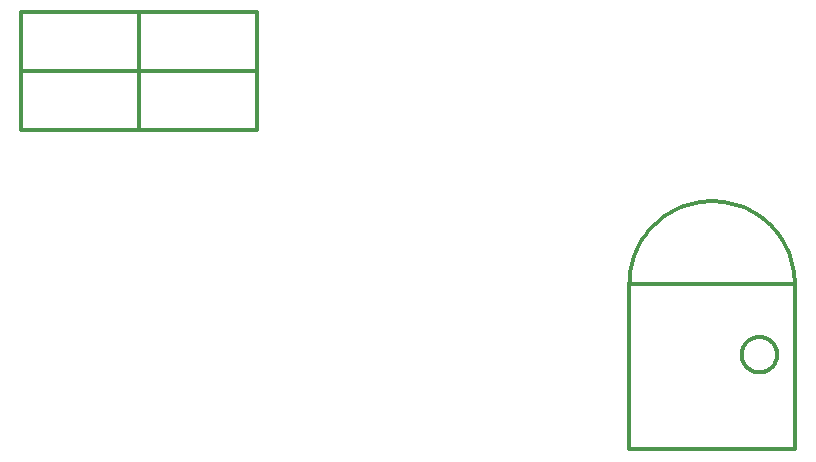
<source format=gbr>
%TF.GenerationSoftware,KiCad,Pcbnew,(6.0.8-1)-1*%
%TF.CreationDate,2022-10-29T17:02:30-07:00*%
%TF.ProjectId,a41,6134312e-6b69-4636-9164-5f7063625858,rev?*%
%TF.SameCoordinates,Original*%
%TF.FileFunction,OtherDrawing,Comment*%
%FSLAX46Y46*%
G04 Gerber Fmt 4.6, Leading zero omitted, Abs format (unit mm)*
G04 Created by KiCad (PCBNEW (6.0.8-1)-1) date 2022-10-29 17:02:30*
%MOMM*%
%LPD*%
G01*
G04 APERTURE LIST*
%ADD10C,0.300000*%
G04 APERTURE END LIST*
D10*
X30080000Y-144140000D02*
X30080000Y-154140000D01*
X50080000Y-144140000D02*
X30080000Y-144140000D01*
X50080000Y-154140000D02*
X50080000Y-144140000D01*
X30080000Y-154140000D02*
X50080000Y-154140000D01*
X40080000Y-144140000D02*
X40080000Y-154140000D01*
X30080000Y-149140000D02*
X50080000Y-149140000D01*
X30080000Y-144140000D02*
X30080000Y-154140000D01*
X50080000Y-144140000D02*
X30080000Y-144140000D01*
X50080000Y-154140000D02*
X50080000Y-144140000D01*
X30080000Y-154140000D02*
X50080000Y-154140000D01*
X40080000Y-144140000D02*
X40080000Y-154140000D01*
X30080000Y-149140000D02*
X50080000Y-149140000D01*
X81580000Y-167140000D02*
X81580000Y-181140000D01*
X81588432Y-166796526D02*
X81580000Y-167140000D01*
X81613707Y-166453880D02*
X81588432Y-166796526D01*
X81655764Y-166112887D02*
X81613707Y-166453880D01*
X81714503Y-165774368D02*
X81655764Y-166112887D01*
X81789781Y-165439139D02*
X81714503Y-165774368D01*
X81881418Y-165108007D02*
X81789781Y-165439139D01*
X81989192Y-164781771D02*
X81881418Y-165108007D01*
X82112843Y-164461216D02*
X81989192Y-164781771D01*
X82252075Y-164147114D02*
X82112843Y-164461216D01*
X82406551Y-163840223D02*
X82252075Y-164147114D01*
X82575900Y-163541281D02*
X82406551Y-163840223D01*
X82759713Y-163251008D02*
X82575900Y-163541281D01*
X82957547Y-162970105D02*
X82759713Y-163251008D01*
X83168927Y-162699247D02*
X82957547Y-162970105D01*
X83393342Y-162439087D02*
X83168927Y-162699247D01*
X83630253Y-162190253D02*
X83393342Y-162439087D01*
X83879087Y-161953342D02*
X83630253Y-162190253D01*
X84139247Y-161728927D02*
X83879087Y-161953342D01*
X84410105Y-161517547D02*
X84139247Y-161728927D01*
X84691008Y-161319713D02*
X84410105Y-161517547D01*
X84981281Y-161135900D02*
X84691008Y-161319713D01*
X85280223Y-160966551D02*
X84981281Y-161135900D01*
X85587114Y-160812075D02*
X85280223Y-160966551D01*
X85901216Y-160672843D02*
X85587114Y-160812075D01*
X86221771Y-160549192D02*
X85901216Y-160672843D01*
X86548007Y-160441418D02*
X86221771Y-160549192D01*
X86879139Y-160349781D02*
X86548007Y-160441418D01*
X87214368Y-160274503D02*
X86879139Y-160349781D01*
X87552887Y-160215764D02*
X87214368Y-160274503D01*
X87893880Y-160173707D02*
X87552887Y-160215764D01*
X88236526Y-160148432D02*
X87893880Y-160173707D01*
X88580000Y-160140000D02*
X88236526Y-160148432D01*
X88923474Y-160148432D02*
X88580000Y-160140000D01*
X89266120Y-160173707D02*
X88923474Y-160148432D01*
X89607113Y-160215764D02*
X89266120Y-160173707D01*
X89945632Y-160274503D02*
X89607113Y-160215764D01*
X90280861Y-160349781D02*
X89945632Y-160274503D01*
X90611993Y-160441418D02*
X90280861Y-160349781D01*
X90938229Y-160549192D02*
X90611993Y-160441418D01*
X91258784Y-160672843D02*
X90938229Y-160549192D01*
X91572886Y-160812075D02*
X91258784Y-160672843D01*
X91879777Y-160966551D02*
X91572886Y-160812075D01*
X92178719Y-161135900D02*
X91879777Y-160966551D01*
X92468992Y-161319713D02*
X92178719Y-161135900D01*
X92749895Y-161517547D02*
X92468992Y-161319713D01*
X93020753Y-161728927D02*
X92749895Y-161517547D01*
X93280913Y-161953342D02*
X93020753Y-161728927D01*
X93529747Y-162190253D02*
X93280913Y-161953342D01*
X93766658Y-162439087D02*
X93529747Y-162190253D01*
X93991073Y-162699247D02*
X93766658Y-162439087D01*
X94202453Y-162970105D02*
X93991073Y-162699247D01*
X94400287Y-163251008D02*
X94202453Y-162970105D01*
X94584100Y-163541281D02*
X94400287Y-163251008D01*
X94753449Y-163840223D02*
X94584100Y-163541281D01*
X94907925Y-164147114D02*
X94753449Y-163840223D01*
X95047157Y-164461216D02*
X94907925Y-164147114D01*
X95170808Y-164781771D02*
X95047157Y-164461216D01*
X95278582Y-165108007D02*
X95170808Y-164781771D01*
X95370219Y-165439139D02*
X95278582Y-165108007D01*
X95445497Y-165774368D02*
X95370219Y-165439139D01*
X95504236Y-166112887D02*
X95445497Y-165774368D01*
X95546293Y-166453880D02*
X95504236Y-166112887D01*
X95571568Y-166796526D02*
X95546293Y-166453880D01*
X95580000Y-167140000D02*
X95571568Y-166796526D01*
X95580000Y-181140000D02*
X95580000Y-167140000D01*
X81580000Y-181140000D02*
X95580000Y-181140000D01*
X81580000Y-167140000D02*
X81580000Y-181140000D01*
X95580000Y-167140000D02*
X81580000Y-167140000D01*
X95580000Y-181140000D02*
X95580000Y-167140000D01*
X81580000Y-181140000D02*
X95580000Y-181140000D01*
X94078193Y-173213602D02*
X94080000Y-173140000D01*
X94072777Y-173287026D02*
X94078193Y-173213602D01*
X94063765Y-173360096D02*
X94072777Y-173287026D01*
X94051178Y-173432635D02*
X94063765Y-173360096D01*
X94035047Y-173504470D02*
X94051178Y-173432635D01*
X94015411Y-173575427D02*
X94035047Y-173504470D01*
X93992316Y-173645335D02*
X94015411Y-173575427D01*
X93965819Y-173714025D02*
X93992316Y-173645335D01*
X93935984Y-173781333D02*
X93965819Y-173714025D01*
X93902882Y-173847095D02*
X93935984Y-173781333D01*
X93866593Y-173911154D02*
X93902882Y-173847095D01*
X93827204Y-173973355D02*
X93866593Y-173911154D01*
X93784811Y-174033549D02*
X93827204Y-173973355D01*
X93739516Y-174091590D02*
X93784811Y-174033549D01*
X93691427Y-174147338D02*
X93739516Y-174091590D01*
X93640660Y-174200660D02*
X93691427Y-174147338D01*
X93587338Y-174251427D02*
X93640660Y-174200660D01*
X93531590Y-174299516D02*
X93587338Y-174251427D01*
X93473549Y-174344811D02*
X93531590Y-174299516D01*
X93413355Y-174387204D02*
X93473549Y-174344811D01*
X93351154Y-174426593D02*
X93413355Y-174387204D01*
X93287095Y-174462882D02*
X93351154Y-174426593D01*
X93221333Y-174495984D02*
X93287095Y-174462882D01*
X93154025Y-174525819D02*
X93221333Y-174495984D01*
X93085335Y-174552316D02*
X93154025Y-174525819D01*
X93015427Y-174575411D02*
X93085335Y-174552316D01*
X92944470Y-174595047D02*
X93015427Y-174575411D01*
X92872635Y-174611178D02*
X92944470Y-174595047D01*
X92800096Y-174623765D02*
X92872635Y-174611178D01*
X92727026Y-174632777D02*
X92800096Y-174623765D01*
X92653602Y-174638193D02*
X92727026Y-174632777D01*
X92580000Y-174640000D02*
X92653602Y-174638193D01*
X92506398Y-174638193D02*
X92580000Y-174640000D01*
X92432974Y-174632777D02*
X92506398Y-174638193D01*
X92359904Y-174623765D02*
X92432974Y-174632777D01*
X92287365Y-174611178D02*
X92359904Y-174623765D01*
X92215530Y-174595047D02*
X92287365Y-174611178D01*
X92144573Y-174575411D02*
X92215530Y-174595047D01*
X92074665Y-174552316D02*
X92144573Y-174575411D01*
X92005975Y-174525819D02*
X92074665Y-174552316D01*
X91938667Y-174495984D02*
X92005975Y-174525819D01*
X91872905Y-174462882D02*
X91938667Y-174495984D01*
X91808846Y-174426593D02*
X91872905Y-174462882D01*
X91746645Y-174387204D02*
X91808846Y-174426593D01*
X91686451Y-174344811D02*
X91746645Y-174387204D01*
X91628410Y-174299516D02*
X91686451Y-174344811D01*
X91572662Y-174251427D02*
X91628410Y-174299516D01*
X91519340Y-174200660D02*
X91572662Y-174251427D01*
X91468573Y-174147338D02*
X91519340Y-174200660D01*
X91420484Y-174091590D02*
X91468573Y-174147338D01*
X91375189Y-174033549D02*
X91420484Y-174091590D01*
X91332796Y-173973355D02*
X91375189Y-174033549D01*
X91293407Y-173911154D02*
X91332796Y-173973355D01*
X91257118Y-173847095D02*
X91293407Y-173911154D01*
X91224016Y-173781333D02*
X91257118Y-173847095D01*
X91194181Y-173714025D02*
X91224016Y-173781333D01*
X91167684Y-173645335D02*
X91194181Y-173714025D01*
X91144589Y-173575427D02*
X91167684Y-173645335D01*
X91124953Y-173504470D02*
X91144589Y-173575427D01*
X91108822Y-173432635D02*
X91124953Y-173504470D01*
X91096235Y-173360096D02*
X91108822Y-173432635D01*
X91087223Y-173287026D02*
X91096235Y-173360096D01*
X91081807Y-173213602D02*
X91087223Y-173287026D01*
X91080000Y-173140000D02*
X91081807Y-173213602D01*
X91081807Y-173066398D02*
X91080000Y-173140000D01*
X91087223Y-172992974D02*
X91081807Y-173066398D01*
X91096235Y-172919904D02*
X91087223Y-172992974D01*
X91108822Y-172847365D02*
X91096235Y-172919904D01*
X91124953Y-172775530D02*
X91108822Y-172847365D01*
X91144589Y-172704573D02*
X91124953Y-172775530D01*
X91167684Y-172634665D02*
X91144589Y-172704573D01*
X91194181Y-172565975D02*
X91167684Y-172634665D01*
X91224016Y-172498667D02*
X91194181Y-172565975D01*
X91257118Y-172432905D02*
X91224016Y-172498667D01*
X91293407Y-172368846D02*
X91257118Y-172432905D01*
X91332796Y-172306645D02*
X91293407Y-172368846D01*
X91375189Y-172246451D02*
X91332796Y-172306645D01*
X91420484Y-172188410D02*
X91375189Y-172246451D01*
X91468573Y-172132662D02*
X91420484Y-172188410D01*
X91519340Y-172079340D02*
X91468573Y-172132662D01*
X91572662Y-172028573D02*
X91519340Y-172079340D01*
X91628410Y-171980484D02*
X91572662Y-172028573D01*
X91686451Y-171935189D02*
X91628410Y-171980484D01*
X91746645Y-171892796D02*
X91686451Y-171935189D01*
X91808846Y-171853407D02*
X91746645Y-171892796D01*
X91872905Y-171817118D02*
X91808846Y-171853407D01*
X91938667Y-171784016D02*
X91872905Y-171817118D01*
X92005975Y-171754181D02*
X91938667Y-171784016D01*
X92074665Y-171727684D02*
X92005975Y-171754181D01*
X92144573Y-171704589D02*
X92074665Y-171727684D01*
X92215530Y-171684953D02*
X92144573Y-171704589D01*
X92287365Y-171668822D02*
X92215530Y-171684953D01*
X92359904Y-171656235D02*
X92287365Y-171668822D01*
X92432974Y-171647223D02*
X92359904Y-171656235D01*
X92506398Y-171641807D02*
X92432974Y-171647223D01*
X92580000Y-171640000D02*
X92506398Y-171641807D01*
X92653602Y-171641807D02*
X92580000Y-171640000D01*
X92727026Y-171647223D02*
X92653602Y-171641807D01*
X92800096Y-171656235D02*
X92727026Y-171647223D01*
X92872635Y-171668822D02*
X92800096Y-171656235D01*
X92944470Y-171684953D02*
X92872635Y-171668822D01*
X93015427Y-171704589D02*
X92944470Y-171684953D01*
X93085335Y-171727684D02*
X93015427Y-171704589D01*
X93154025Y-171754181D02*
X93085335Y-171727684D01*
X93221333Y-171784016D02*
X93154025Y-171754181D01*
X93287095Y-171817118D02*
X93221333Y-171784016D01*
X93351154Y-171853407D02*
X93287095Y-171817118D01*
X93413355Y-171892796D02*
X93351154Y-171853407D01*
X93473549Y-171935189D02*
X93413355Y-171892796D01*
X93531590Y-171980484D02*
X93473549Y-171935189D01*
X93587338Y-172028573D02*
X93531590Y-171980484D01*
X93640660Y-172079340D02*
X93587338Y-172028573D01*
X93691427Y-172132662D02*
X93640660Y-172079340D01*
X93739516Y-172188410D02*
X93691427Y-172132662D01*
X93784811Y-172246451D02*
X93739516Y-172188410D01*
X93827204Y-172306645D02*
X93784811Y-172246451D01*
X93866593Y-172368846D02*
X93827204Y-172306645D01*
X93902882Y-172432905D02*
X93866593Y-172368846D01*
X93935984Y-172498667D02*
X93902882Y-172432905D01*
X93965819Y-172565975D02*
X93935984Y-172498667D01*
X93992316Y-172634665D02*
X93965819Y-172565975D01*
X94015411Y-172704573D02*
X93992316Y-172634665D01*
X94035047Y-172775530D02*
X94015411Y-172704573D01*
X94051178Y-172847365D02*
X94035047Y-172775530D01*
X94063765Y-172919904D02*
X94051178Y-172847365D01*
X94072777Y-172992974D02*
X94063765Y-172919904D01*
X94078193Y-173066398D02*
X94072777Y-172992974D01*
X94080000Y-173140000D02*
X94078193Y-173066398D01*
M02*

</source>
